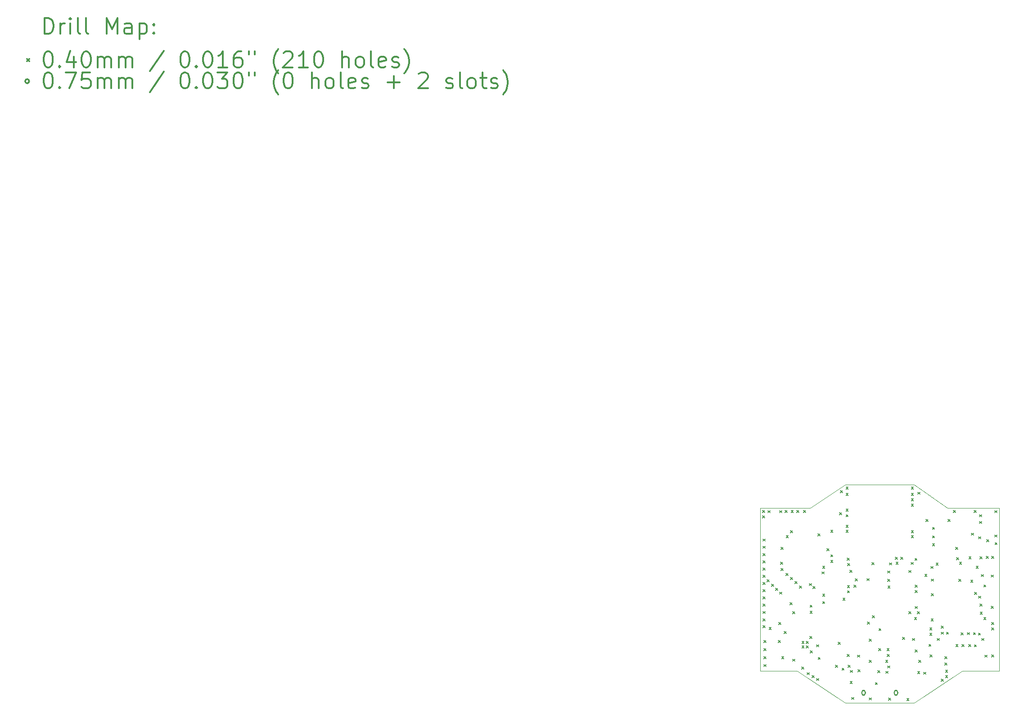
<source format=gbr>
%FSLAX45Y45*%
G04 Gerber Fmt 4.5, Leading zero omitted, Abs format (unit mm)*
G04 Created by KiCad*
%MOMM*%
%LPD*%
G04 APERTURE LIST*
%TA.AperFunction,Profile*%
%ADD10C,0.050000*%
%TD*%
%ADD11C,0.200000*%
%ADD12C,0.300000*%
G04 APERTURE END LIST*
D10*
X15350000Y-13050000D02*
X14450000Y-12450000D01*
X17550000Y-12450000D02*
X16650000Y-13050000D01*
X16650000Y-8950000D02*
X17270000Y-9390000D01*
X15350000Y-8950000D02*
X14690000Y-9390000D01*
X16000000Y-8950000D02*
X15350000Y-8950000D01*
X16000000Y-13050000D02*
X15350000Y-13050000D01*
X16650000Y-13050000D02*
X16000000Y-13050000D01*
X16000000Y-8950000D02*
X16650000Y-8950000D01*
X18250000Y-12450000D02*
X17550000Y-12450000D01*
X18250000Y-9390000D02*
X17270000Y-9390000D01*
X13750000Y-9390000D02*
X14690000Y-9390000D01*
X13750000Y-12450000D02*
X14450000Y-12450000D01*
X13750000Y-11000000D02*
X13750000Y-12450000D01*
X13750000Y-11000000D02*
X13750000Y-9390000D01*
X18250000Y-11000000D02*
X18250000Y-12450000D01*
X18250000Y-11000000D02*
X18250000Y-9390000D01*
D11*
X13792500Y-9432500D02*
X13832500Y-9472500D01*
X13832500Y-9432500D02*
X13792500Y-9472500D01*
X13797600Y-9530400D02*
X13837600Y-9570400D01*
X13837600Y-9530400D02*
X13797600Y-9570400D01*
X13801410Y-11470960D02*
X13841410Y-11510960D01*
X13841410Y-11470960D02*
X13801410Y-11510960D01*
X13802680Y-9968550D02*
X13842680Y-10008550D01*
X13842680Y-9968550D02*
X13802680Y-10008550D01*
X13802680Y-10104786D02*
X13842680Y-10144786D01*
X13842680Y-10104786D02*
X13802680Y-10144786D01*
X13802680Y-10241023D02*
X13842680Y-10281023D01*
X13842680Y-10241023D02*
X13802680Y-10281023D01*
X13802680Y-10377259D02*
X13842680Y-10417259D01*
X13842680Y-10377259D02*
X13802680Y-10417259D01*
X13802680Y-10513495D02*
X13842680Y-10553495D01*
X13842680Y-10513495D02*
X13802680Y-10553495D01*
X13802680Y-10649732D02*
X13842680Y-10689732D01*
X13842680Y-10649732D02*
X13802680Y-10689732D01*
X13802680Y-10785968D02*
X13842680Y-10825968D01*
X13842680Y-10785968D02*
X13802680Y-10825968D01*
X13802680Y-10922204D02*
X13842680Y-10962204D01*
X13842680Y-10922204D02*
X13802680Y-10962204D01*
X13802680Y-11058440D02*
X13842680Y-11098440D01*
X13842680Y-11058440D02*
X13802680Y-11098440D01*
X13802680Y-11194677D02*
X13842680Y-11234677D01*
X13842680Y-11194677D02*
X13802680Y-11234677D01*
X13802680Y-11330913D02*
X13842680Y-11370913D01*
X13842680Y-11330913D02*
X13802680Y-11370913D01*
X13802680Y-11600500D02*
X13842680Y-11640500D01*
X13842680Y-11600500D02*
X13802680Y-11640500D01*
X13817920Y-11879900D02*
X13857920Y-11919900D01*
X13857920Y-11879900D02*
X13817920Y-11919900D01*
X13817920Y-12032300D02*
X13857920Y-12072300D01*
X13857920Y-12032300D02*
X13817920Y-12072300D01*
X13817920Y-12179620D02*
X13857920Y-12219620D01*
X13857920Y-12179620D02*
X13817920Y-12219620D01*
X13817920Y-12329480D02*
X13857920Y-12369480D01*
X13857920Y-12329480D02*
X13817920Y-12369480D01*
X13878880Y-10735630D02*
X13918880Y-10775630D01*
X13918880Y-10735630D02*
X13878880Y-10775630D01*
X13894120Y-9433880D02*
X13934120Y-9473880D01*
X13934120Y-9433880D02*
X13894120Y-9473880D01*
X13917946Y-11631505D02*
X13957946Y-11671505D01*
X13957946Y-11631505D02*
X13917946Y-11671505D01*
X13961430Y-10818180D02*
X14001430Y-10858180D01*
X14001430Y-10818180D02*
X13961430Y-10858180D01*
X14042710Y-10895650D02*
X14082710Y-10935650D01*
X14082710Y-10895650D02*
X14042710Y-10935650D01*
X14092114Y-11879774D02*
X14132114Y-11919774D01*
X14132114Y-11879774D02*
X14092114Y-11919774D01*
X14102400Y-11539540D02*
X14142400Y-11579540D01*
X14142400Y-11539540D02*
X14102400Y-11579540D01*
X14113830Y-9433880D02*
X14153830Y-9473880D01*
X14153830Y-9433880D02*
X14113830Y-9473880D01*
X14118910Y-10966770D02*
X14158910Y-11006770D01*
X14158910Y-10966770D02*
X14118910Y-11006770D01*
X14135420Y-10401620D02*
X14175420Y-10441620D01*
X14175420Y-10401620D02*
X14135420Y-10441620D01*
X14141770Y-10124760D02*
X14181770Y-10164760D01*
X14181770Y-10124760D02*
X14141770Y-10164760D01*
X14144310Y-10522270D02*
X14184310Y-10562270D01*
X14184310Y-10522270D02*
X14144310Y-10562270D01*
X14155740Y-12184700D02*
X14195740Y-12224700D01*
X14195740Y-12184700D02*
X14155740Y-12224700D01*
X14198920Y-11707180D02*
X14238920Y-11747180D01*
X14238920Y-11707180D02*
X14198920Y-11747180D01*
X14217970Y-9430070D02*
X14257970Y-9470070D01*
X14257970Y-9430070D02*
X14217970Y-9470070D01*
X14235750Y-10616250D02*
X14275750Y-10656250D01*
X14275750Y-10616250D02*
X14235750Y-10656250D01*
X14239560Y-9903780D02*
X14279560Y-9943780D01*
X14279560Y-9903780D02*
X14239560Y-9943780D01*
X14309410Y-11166160D02*
X14349410Y-11206160D01*
X14349410Y-11166160D02*
X14309410Y-11206160D01*
X14318300Y-10689910D02*
X14358300Y-10729910D01*
X14358300Y-10689910D02*
X14318300Y-10729910D01*
X14320840Y-9809800D02*
X14360840Y-9849800D01*
X14360840Y-9809800D02*
X14320840Y-9849800D01*
X14332270Y-9430070D02*
X14372270Y-9470070D01*
X14372270Y-9430070D02*
X14332270Y-9470070D01*
X14361480Y-11335070D02*
X14401480Y-11375070D01*
X14401480Y-11335070D02*
X14361480Y-11375070D01*
X14364020Y-12227880D02*
X14404020Y-12267880D01*
X14404020Y-12227880D02*
X14364020Y-12267880D01*
X14407200Y-10767380D02*
X14447200Y-10807380D01*
X14447200Y-10767380D02*
X14407200Y-10807380D01*
X14437680Y-9430070D02*
X14477680Y-9470070D01*
X14477680Y-9430070D02*
X14437680Y-9470070D01*
X14487210Y-10855010D02*
X14527210Y-10895010D01*
X14527210Y-10855010D02*
X14487210Y-10895010D01*
X14534200Y-12377740D02*
X14574200Y-12417740D01*
X14574200Y-12377740D02*
X14534200Y-12417740D01*
X14536740Y-11895140D02*
X14576740Y-11935140D01*
X14576740Y-11895140D02*
X14536740Y-11935140D01*
X14536740Y-11976420D02*
X14576740Y-12016420D01*
X14576740Y-11976420D02*
X14536740Y-12016420D01*
X14563410Y-9430070D02*
X14603410Y-9470070D01*
X14603410Y-9430070D02*
X14563410Y-9470070D01*
X14618020Y-11895140D02*
X14658020Y-11935140D01*
X14658020Y-11895140D02*
X14618020Y-11935140D01*
X14618020Y-11976420D02*
X14658020Y-12016420D01*
X14658020Y-11976420D02*
X14618020Y-12016420D01*
X14635800Y-12481880D02*
X14675800Y-12521880D01*
X14675800Y-12481880D02*
X14635800Y-12521880D01*
X14673900Y-10805480D02*
X14713900Y-10845480D01*
X14713900Y-10805480D02*
X14673900Y-10845480D01*
X14684060Y-11798620D02*
X14724060Y-11838620D01*
X14724060Y-11798620D02*
X14684060Y-11838620D01*
X14687870Y-11327450D02*
X14727870Y-11367450D01*
X14727870Y-11327450D02*
X14687870Y-11367450D01*
X14689140Y-11211880D02*
X14729140Y-11251880D01*
X14729140Y-11211880D02*
X14689140Y-11251880D01*
X14690857Y-12069577D02*
X14730857Y-12109577D01*
X14730857Y-12069577D02*
X14690857Y-12109577D01*
X14723430Y-12536490D02*
X14763430Y-12576490D01*
X14763430Y-12536490D02*
X14723430Y-12576490D01*
X14745020Y-10863900D02*
X14785020Y-10903900D01*
X14785020Y-10863900D02*
X14745020Y-10903900D01*
X14811060Y-11958640D02*
X14851060Y-11998640D01*
X14851060Y-11958640D02*
X14811060Y-11998640D01*
X14813600Y-12593640D02*
X14853600Y-12633640D01*
X14853600Y-12593640D02*
X14813600Y-12633640D01*
X14835190Y-9873300D02*
X14875190Y-9913300D01*
X14875190Y-9873300D02*
X14835190Y-9913300D01*
X14841540Y-12194860D02*
X14881540Y-12234860D01*
X14881540Y-12194860D02*
X14841540Y-12234860D01*
X14915200Y-10587040D02*
X14955200Y-10627040D01*
X14955200Y-10587040D02*
X14915200Y-10627040D01*
X14925360Y-10480360D02*
X14965360Y-10520360D01*
X14965360Y-10480360D02*
X14925360Y-10520360D01*
X14925360Y-11006140D02*
X14965360Y-11046140D01*
X14965360Y-11006140D02*
X14925360Y-11046140D01*
X14925360Y-11145840D02*
X14965360Y-11185840D01*
X14965360Y-11145840D02*
X14925360Y-11185840D01*
X15005370Y-10151430D02*
X15045370Y-10191430D01*
X15045370Y-10151430D02*
X15005370Y-10191430D01*
X15077760Y-9802180D02*
X15117760Y-9842180D01*
X15117760Y-9802180D02*
X15077760Y-9842180D01*
X15077760Y-10264460D02*
X15117760Y-10304460D01*
X15117760Y-10264460D02*
X15077760Y-10304460D01*
X15077760Y-10369870D02*
X15117760Y-10409870D01*
X15117760Y-10369870D02*
X15077760Y-10409870D01*
X15166660Y-12344720D02*
X15206660Y-12384720D01*
X15206660Y-12344720D02*
X15166660Y-12384720D01*
X15214920Y-11910380D02*
X15254920Y-11950380D01*
X15254920Y-11910380D02*
X15214920Y-11950380D01*
X15240320Y-9474520D02*
X15280320Y-9514520D01*
X15280320Y-9474520D02*
X15240320Y-9514520D01*
X15259370Y-9059230D02*
X15299370Y-9099230D01*
X15299370Y-9059230D02*
X15259370Y-9099230D01*
X15288580Y-12398060D02*
X15328580Y-12438060D01*
X15328580Y-12398060D02*
X15288580Y-12438060D01*
X15306360Y-11082340D02*
X15346360Y-11122340D01*
X15346360Y-11082340D02*
X15306360Y-11122340D01*
X15364780Y-8992500D02*
X15404780Y-9032500D01*
X15404780Y-8992500D02*
X15364780Y-9032500D01*
X15364780Y-9108760D02*
X15404780Y-9148760D01*
X15404780Y-9108760D02*
X15364780Y-9148760D01*
X15364780Y-9405940D02*
X15404780Y-9445940D01*
X15404780Y-9405940D02*
X15364780Y-9445940D01*
X15364780Y-9510080D02*
X15404780Y-9550080D01*
X15404780Y-9510080D02*
X15364780Y-9550080D01*
X15364780Y-9708200D02*
X15404780Y-9748200D01*
X15404780Y-9708200D02*
X15364780Y-9748200D01*
X15364780Y-9804720D02*
X15404780Y-9844720D01*
X15404780Y-9804720D02*
X15364780Y-9844720D01*
X15386370Y-12137710D02*
X15426370Y-12177710D01*
X15426370Y-12137710D02*
X15386370Y-12177710D01*
X15387640Y-10327960D02*
X15427640Y-10367960D01*
X15427640Y-10327960D02*
X15387640Y-10367960D01*
X15389940Y-10942309D02*
X15429940Y-10982309D01*
X15429940Y-10942309D02*
X15389940Y-10982309D01*
X15390211Y-10842309D02*
X15430211Y-10882309D01*
X15430211Y-10842309D02*
X15390211Y-10882309D01*
X15392720Y-10429560D02*
X15432720Y-10469560D01*
X15432720Y-10429560D02*
X15392720Y-10469560D01*
X15401610Y-12345990D02*
X15441610Y-12385990D01*
X15441610Y-12345990D02*
X15401610Y-12385990D01*
X15435900Y-10556500D02*
X15475900Y-10596500D01*
X15475900Y-10556500D02*
X15435900Y-10596500D01*
X15440980Y-12649520D02*
X15480980Y-12689520D01*
X15480980Y-12649520D02*
X15440980Y-12689520D01*
X15443520Y-12441240D02*
X15483520Y-12481240D01*
X15483520Y-12441240D02*
X15443520Y-12481240D01*
X15474000Y-12949240D02*
X15514000Y-12989240D01*
X15514000Y-12949240D02*
X15474000Y-12989240D01*
X15513614Y-10834446D02*
X15553614Y-10874446D01*
X15553614Y-10834446D02*
X15513614Y-10874446D01*
X15538760Y-10719120D02*
X15578760Y-10759120D01*
X15578760Y-10719120D02*
X15538760Y-10759120D01*
X15579900Y-12153200D02*
X15619900Y-12193200D01*
X15619900Y-12153200D02*
X15579900Y-12193200D01*
X15588300Y-12428540D02*
X15628300Y-12468540D01*
X15628300Y-12428540D02*
X15588300Y-12468540D01*
X15761020Y-10714040D02*
X15801020Y-10754040D01*
X15801020Y-10714040D02*
X15761020Y-10754040D01*
X15768640Y-11531920D02*
X15808640Y-11571920D01*
X15808640Y-11531920D02*
X15768640Y-11571920D01*
X15799120Y-11854500D02*
X15839120Y-11894500D01*
X15839120Y-11854500D02*
X15799120Y-11894500D01*
X15799120Y-12250700D02*
X15839120Y-12290700D01*
X15839120Y-12250700D02*
X15799120Y-12290700D01*
X15799120Y-12956860D02*
X15839120Y-12996860D01*
X15839120Y-12956860D02*
X15799120Y-12996860D01*
X15851190Y-10415000D02*
X15891190Y-10455000D01*
X15891190Y-10415000D02*
X15851190Y-10455000D01*
X15860080Y-11410000D02*
X15900080Y-11450000D01*
X15900080Y-11410000D02*
X15860080Y-11450000D01*
X15915000Y-12669686D02*
X15955000Y-12709686D01*
X15955000Y-12669686D02*
X15915000Y-12709686D01*
X15963837Y-12442384D02*
X16003837Y-12482384D01*
X16003837Y-12442384D02*
X15963837Y-12482384D01*
X15976920Y-12029760D02*
X16016920Y-12069760D01*
X16016920Y-12029760D02*
X15976920Y-12069760D01*
X15984540Y-11653840D02*
X16024540Y-11693840D01*
X16024540Y-11653840D02*
X15984540Y-11693840D01*
X16111850Y-12251999D02*
X16151850Y-12291999D01*
X16151850Y-12251999D02*
X16111850Y-12291999D01*
X16112321Y-12458111D02*
X16152321Y-12498111D01*
X16152321Y-12458111D02*
X16112321Y-12498111D01*
X16136940Y-12032300D02*
X16176940Y-12072300D01*
X16176940Y-12032300D02*
X16136940Y-12072300D01*
X16138210Y-12141520D02*
X16178210Y-12181520D01*
X16178210Y-12141520D02*
X16138210Y-12181520D01*
X16145830Y-10569260D02*
X16185830Y-10609260D01*
X16185830Y-10569260D02*
X16145830Y-10609260D01*
X16149640Y-10726740D02*
X16189640Y-10766740D01*
X16189640Y-10726740D02*
X16149640Y-10766740D01*
X16150910Y-12354880D02*
X16190910Y-12394880D01*
X16190910Y-12354880D02*
X16150910Y-12394880D01*
X16153450Y-10855020D02*
X16193450Y-10895020D01*
X16193450Y-10855020D02*
X16153450Y-10895020D01*
X16167420Y-12961940D02*
X16207420Y-13001940D01*
X16207420Y-12961940D02*
X16167420Y-13001940D01*
X16182660Y-10416860D02*
X16222660Y-10456860D01*
X16222660Y-10416860D02*
X16182660Y-10456860D01*
X16294420Y-10310180D02*
X16334420Y-10350180D01*
X16334420Y-10310180D02*
X16294420Y-10350180D01*
X16305850Y-10406700D02*
X16345850Y-10446700D01*
X16345850Y-10406700D02*
X16305850Y-10446700D01*
X16397290Y-10310180D02*
X16437290Y-10350180D01*
X16437290Y-10310180D02*
X16397290Y-10350180D01*
X16429040Y-11816400D02*
X16469040Y-11856400D01*
X16469040Y-11816400D02*
X16429040Y-11856400D01*
X16507780Y-12969560D02*
X16547780Y-13009560D01*
X16547780Y-12969560D02*
X16507780Y-13009560D01*
X16545880Y-11333800D02*
X16585880Y-11373800D01*
X16585880Y-11333800D02*
X16545880Y-11373800D01*
X16548420Y-10561640D02*
X16588420Y-10601640D01*
X16588420Y-10561640D02*
X16548420Y-10601640D01*
X16589060Y-10409240D02*
X16629060Y-10449240D01*
X16629060Y-10409240D02*
X16589060Y-10449240D01*
X16594140Y-8992500D02*
X16634140Y-9032500D01*
X16634140Y-8992500D02*
X16594140Y-9032500D01*
X16594140Y-9106220D02*
X16634140Y-9146220D01*
X16634140Y-9106220D02*
X16594140Y-9146220D01*
X16594140Y-9207820D02*
X16634140Y-9247820D01*
X16634140Y-9207820D02*
X16594140Y-9247820D01*
X16594140Y-9309420D02*
X16634140Y-9349420D01*
X16634140Y-9309420D02*
X16594140Y-9349420D01*
X16594140Y-9809800D02*
X16634140Y-9849800D01*
X16634140Y-9809800D02*
X16594140Y-9849800D01*
X16594140Y-9906320D02*
X16634140Y-9946320D01*
X16634140Y-9906320D02*
X16594140Y-9946320D01*
X16614460Y-11839260D02*
X16654460Y-11879260D01*
X16654460Y-11839260D02*
X16614460Y-11879260D01*
X16652560Y-11443020D02*
X16692560Y-11483020D01*
X16692560Y-11443020D02*
X16652560Y-11483020D01*
X16660180Y-10331770D02*
X16700180Y-10371770D01*
X16700180Y-10331770D02*
X16660180Y-10371770D01*
X16662720Y-10833420D02*
X16702720Y-10873420D01*
X16702720Y-10833420D02*
X16662720Y-10873420D01*
X16662720Y-10935020D02*
X16702720Y-10975020D01*
X16702720Y-10935020D02*
X16662720Y-10975020D01*
X16665260Y-11237280D02*
X16705260Y-11277280D01*
X16705260Y-11237280D02*
X16665260Y-11277280D01*
X16665260Y-12052620D02*
X16705260Y-12092620D01*
X16705260Y-12052620D02*
X16665260Y-12092620D01*
X16708920Y-11338400D02*
X16748920Y-11378400D01*
X16748920Y-11338400D02*
X16708920Y-11378400D01*
X16710980Y-12461560D02*
X16750980Y-12501560D01*
X16750980Y-12461560D02*
X16710980Y-12501560D01*
X16718600Y-9087170D02*
X16758600Y-9127170D01*
X16758600Y-9087170D02*
X16718600Y-9127170D01*
X16731300Y-12248200D02*
X16771300Y-12288200D01*
X16771300Y-12248200D02*
X16731300Y-12288200D01*
X16825280Y-12474260D02*
X16865280Y-12514260D01*
X16865280Y-12474260D02*
X16825280Y-12514260D01*
X16848140Y-10632760D02*
X16888140Y-10672760D01*
X16888140Y-10632760D02*
X16848140Y-10672760D01*
X16868460Y-9601520D02*
X16908460Y-9641520D01*
X16908460Y-9601520D02*
X16868460Y-9641520D01*
X16924340Y-11948480D02*
X16964340Y-11988480D01*
X16964340Y-11948480D02*
X16924340Y-11988480D01*
X16939580Y-11638600D02*
X16979580Y-11678600D01*
X16979580Y-11638600D02*
X16939580Y-11678600D01*
X16939580Y-11742740D02*
X16979580Y-11782740D01*
X16979580Y-11742740D02*
X16939580Y-11782740D01*
X16942120Y-12149140D02*
X16982120Y-12189140D01*
X16982120Y-12149140D02*
X16942120Y-12189140D01*
X16962440Y-10485440D02*
X17002440Y-10525440D01*
X17002440Y-10485440D02*
X16962440Y-10525440D01*
X16966250Y-11473500D02*
X17006250Y-11513500D01*
X17006250Y-11473500D02*
X16966250Y-11513500D01*
X16967520Y-10998520D02*
X17007520Y-11038520D01*
X17007520Y-10998520D02*
X16967520Y-11038520D01*
X16969262Y-10722458D02*
X17009262Y-10762458D01*
X17009262Y-10722458D02*
X16969262Y-10762458D01*
X16990380Y-10058720D02*
X17030380Y-10098720D01*
X17030380Y-10058720D02*
X16990380Y-10098720D01*
X16991650Y-9747570D02*
X17031650Y-9787570D01*
X17031650Y-9747570D02*
X16991650Y-9787570D01*
X16991650Y-9910130D02*
X17031650Y-9950130D01*
X17031650Y-9910130D02*
X16991650Y-9950130D01*
X17058960Y-10421940D02*
X17098960Y-10461940D01*
X17098960Y-10421940D02*
X17058960Y-10461940D01*
X17081820Y-11839260D02*
X17121820Y-11879260D01*
X17121820Y-11839260D02*
X17081820Y-11879260D01*
X17155480Y-11608120D02*
X17195480Y-11648120D01*
X17195480Y-11608120D02*
X17155480Y-11648120D01*
X17155480Y-11719880D02*
X17195480Y-11759880D01*
X17195480Y-11719880D02*
X17155480Y-11759880D01*
X17155480Y-12603800D02*
X17195480Y-12643800D01*
X17195480Y-12603800D02*
X17155480Y-12643800D01*
X17226600Y-12180890D02*
X17266600Y-12220890D01*
X17266600Y-12180890D02*
X17226600Y-12220890D01*
X17226600Y-12299000D02*
X17266600Y-12339000D01*
X17266600Y-12299000D02*
X17226600Y-12339000D01*
X17236760Y-12433620D02*
X17276760Y-12473620D01*
X17276760Y-12433620D02*
X17236760Y-12473620D01*
X17236760Y-12540300D02*
X17276760Y-12580300D01*
X17276760Y-12540300D02*
X17236760Y-12580300D01*
X17254540Y-11719880D02*
X17294540Y-11759880D01*
X17294540Y-11719880D02*
X17254540Y-11759880D01*
X17285020Y-9601520D02*
X17325020Y-9641520D01*
X17325020Y-9601520D02*
X17285020Y-9641520D01*
X17385350Y-9432610D02*
X17425350Y-9472610D01*
X17425350Y-9432610D02*
X17385350Y-9472610D01*
X17424779Y-10128121D02*
X17464779Y-10168121D01*
X17464779Y-10128121D02*
X17424779Y-10168121D01*
X17432340Y-11956100D02*
X17472340Y-11996100D01*
X17472340Y-11956100D02*
X17432340Y-11996100D01*
X17442500Y-10317800D02*
X17482500Y-10357800D01*
X17482500Y-10317800D02*
X17442500Y-10357800D01*
X17488220Y-10726200D02*
X17528220Y-10766200D01*
X17528220Y-10726200D02*
X17488220Y-10766200D01*
X17499069Y-10406700D02*
X17539069Y-10446700D01*
X17539069Y-10406700D02*
X17499069Y-10446700D01*
X17528860Y-11732580D02*
X17568860Y-11772580D01*
X17568860Y-11732580D02*
X17528860Y-11772580D01*
X17546640Y-11956100D02*
X17586640Y-11996100D01*
X17586640Y-11956100D02*
X17546640Y-11996100D01*
X17649510Y-11730040D02*
X17689510Y-11770040D01*
X17689510Y-11730040D02*
X17649510Y-11770040D01*
X17669830Y-11952290D02*
X17709830Y-11992290D01*
X17709830Y-11952290D02*
X17669830Y-11992290D01*
X17677450Y-10305100D02*
X17717450Y-10345100D01*
X17717450Y-10305100D02*
X17677450Y-10345100D01*
X17711740Y-10741980D02*
X17751740Y-10781980D01*
X17751740Y-10741980D02*
X17711740Y-10781980D01*
X17725710Y-9858060D02*
X17765710Y-9898060D01*
X17765710Y-9858060D02*
X17725710Y-9898060D01*
X17762540Y-11730040D02*
X17802540Y-11770040D01*
X17802540Y-11730040D02*
X17762540Y-11770040D01*
X17771430Y-9432610D02*
X17811430Y-9472610D01*
X17811430Y-9432610D02*
X17771430Y-9472610D01*
X17777780Y-11958640D02*
X17817780Y-11998640D01*
X17817780Y-11958640D02*
X17777780Y-11998640D01*
X17782860Y-10970881D02*
X17822860Y-11010881D01*
X17822860Y-10970881D02*
X17782860Y-11010881D01*
X17813340Y-10477820D02*
X17853340Y-10517820D01*
X17853340Y-10477820D02*
X17813340Y-10517820D01*
X17853980Y-11737660D02*
X17893980Y-11777660D01*
X17893980Y-11737660D02*
X17853980Y-11777660D01*
X17857790Y-11042970D02*
X17897790Y-11082970D01*
X17897790Y-11042970D02*
X17857790Y-11082970D01*
X17861600Y-9926640D02*
X17901600Y-9966640D01*
X17901600Y-9926640D02*
X17861600Y-9966640D01*
X17874300Y-9511350D02*
X17914300Y-9551350D01*
X17914300Y-9511350D02*
X17874300Y-9551350D01*
X17874300Y-9638350D02*
X17914300Y-9678350D01*
X17914300Y-9638350D02*
X17874300Y-9678350D01*
X17883190Y-11192830D02*
X17923190Y-11232830D01*
X17923190Y-11192830D02*
X17883190Y-11232830D01*
X17886030Y-10303530D02*
X17926030Y-10343530D01*
X17926030Y-10303530D02*
X17886030Y-10343530D01*
X17888280Y-11343960D02*
X17928280Y-11383960D01*
X17928280Y-11343960D02*
X17888280Y-11383960D01*
X17909860Y-10636570D02*
X17949860Y-10676570D01*
X17949860Y-10636570D02*
X17909860Y-10676570D01*
X17918056Y-11839414D02*
X17958056Y-11879414D01*
X17958056Y-11839414D02*
X17918056Y-11879414D01*
X17955580Y-10830880D02*
X17995580Y-10870880D01*
X17995580Y-10830880D02*
X17955580Y-10870880D01*
X17956723Y-11443210D02*
X17996723Y-11483210D01*
X17996723Y-11443210D02*
X17956723Y-11483210D01*
X17975900Y-12151680D02*
X18015900Y-12191680D01*
X18015900Y-12151680D02*
X17975900Y-12191680D01*
X18001873Y-10291764D02*
X18041873Y-10331764D01*
X18041873Y-10291764D02*
X18001873Y-10331764D01*
X18014000Y-9981250D02*
X18054000Y-10021250D01*
X18054000Y-9981250D02*
X18014000Y-10021250D01*
X18095280Y-10645460D02*
X18135280Y-10685460D01*
X18135280Y-10645460D02*
X18095280Y-10685460D01*
X18097820Y-11234740D02*
X18137820Y-11274740D01*
X18137820Y-11234740D02*
X18097820Y-11274740D01*
X18101600Y-11541600D02*
X18141600Y-11581600D01*
X18141600Y-11541600D02*
X18101600Y-11581600D01*
X18101600Y-11643200D02*
X18141600Y-11683200D01*
X18141600Y-11643200D02*
X18101600Y-11683200D01*
X18101600Y-12151200D02*
X18141600Y-12191200D01*
X18141600Y-12151200D02*
X18101600Y-12191200D01*
X18101872Y-10292236D02*
X18141872Y-10332236D01*
X18141872Y-10292236D02*
X18101872Y-10332236D01*
X18166400Y-9433880D02*
X18206400Y-9473880D01*
X18206400Y-9433880D02*
X18166400Y-9473880D01*
X18166400Y-9891080D02*
X18206400Y-9931080D01*
X18206400Y-9891080D02*
X18166400Y-9931080D01*
X18167500Y-10035860D02*
X18207500Y-10075860D01*
X18207500Y-10035860D02*
X18167500Y-10075860D01*
X15732700Y-12862700D02*
G75*
G03X15732700Y-12862700I-37500J0D01*
G01*
X15667700Y-12840200D02*
X15667700Y-12885200D01*
X15722700Y-12840200D02*
X15722700Y-12885200D01*
X15667700Y-12885200D02*
G75*
G03X15722700Y-12885200I27500J0D01*
G01*
X15722700Y-12840200D02*
G75*
G03X15667700Y-12840200I-27500J0D01*
G01*
X16342300Y-12862700D02*
G75*
G03X16342300Y-12862700I-37500J0D01*
G01*
X16277300Y-12840200D02*
X16277300Y-12885200D01*
X16332300Y-12840200D02*
X16332300Y-12885200D01*
X16277300Y-12885200D02*
G75*
G03X16332300Y-12885200I27500J0D01*
G01*
X16332300Y-12840200D02*
G75*
G03X16277300Y-12840200I-27500J0D01*
G01*
D12*
X286429Y-465714D02*
X286429Y-165714D01*
X357857Y-165714D01*
X400714Y-180000D01*
X429286Y-208571D01*
X443571Y-237143D01*
X457857Y-294286D01*
X457857Y-337143D01*
X443571Y-394286D01*
X429286Y-422857D01*
X400714Y-451428D01*
X357857Y-465714D01*
X286429Y-465714D01*
X586429Y-465714D02*
X586429Y-265714D01*
X586429Y-322857D02*
X600714Y-294286D01*
X615000Y-280000D01*
X643571Y-265714D01*
X672143Y-265714D01*
X772143Y-465714D02*
X772143Y-265714D01*
X772143Y-165714D02*
X757857Y-180000D01*
X772143Y-194286D01*
X786428Y-180000D01*
X772143Y-165714D01*
X772143Y-194286D01*
X957857Y-465714D02*
X929286Y-451428D01*
X915000Y-422857D01*
X915000Y-165714D01*
X1115000Y-465714D02*
X1086429Y-451428D01*
X1072143Y-422857D01*
X1072143Y-165714D01*
X1457857Y-465714D02*
X1457857Y-165714D01*
X1557857Y-380000D01*
X1657857Y-165714D01*
X1657857Y-465714D01*
X1929286Y-465714D02*
X1929286Y-308571D01*
X1915000Y-280000D01*
X1886428Y-265714D01*
X1829286Y-265714D01*
X1800714Y-280000D01*
X1929286Y-451428D02*
X1900714Y-465714D01*
X1829286Y-465714D01*
X1800714Y-451428D01*
X1786428Y-422857D01*
X1786428Y-394286D01*
X1800714Y-365714D01*
X1829286Y-351428D01*
X1900714Y-351428D01*
X1929286Y-337143D01*
X2072143Y-265714D02*
X2072143Y-565714D01*
X2072143Y-280000D02*
X2100714Y-265714D01*
X2157857Y-265714D01*
X2186429Y-280000D01*
X2200714Y-294286D01*
X2215000Y-322857D01*
X2215000Y-408571D01*
X2200714Y-437143D01*
X2186429Y-451428D01*
X2157857Y-465714D01*
X2100714Y-465714D01*
X2072143Y-451428D01*
X2343571Y-437143D02*
X2357857Y-451428D01*
X2343571Y-465714D01*
X2329286Y-451428D01*
X2343571Y-437143D01*
X2343571Y-465714D01*
X2343571Y-280000D02*
X2357857Y-294286D01*
X2343571Y-308571D01*
X2329286Y-294286D01*
X2343571Y-280000D01*
X2343571Y-308571D01*
X-40000Y-940000D02*
X0Y-980000D01*
X0Y-940000D02*
X-40000Y-980000D01*
X343571Y-795714D02*
X372143Y-795714D01*
X400714Y-810000D01*
X415000Y-824286D01*
X429286Y-852857D01*
X443571Y-910000D01*
X443571Y-981428D01*
X429286Y-1038571D01*
X415000Y-1067143D01*
X400714Y-1081429D01*
X372143Y-1095714D01*
X343571Y-1095714D01*
X315000Y-1081429D01*
X300714Y-1067143D01*
X286429Y-1038571D01*
X272143Y-981428D01*
X272143Y-910000D01*
X286429Y-852857D01*
X300714Y-824286D01*
X315000Y-810000D01*
X343571Y-795714D01*
X572143Y-1067143D02*
X586429Y-1081429D01*
X572143Y-1095714D01*
X557857Y-1081429D01*
X572143Y-1067143D01*
X572143Y-1095714D01*
X843571Y-895714D02*
X843571Y-1095714D01*
X772143Y-781428D02*
X700714Y-995714D01*
X886428Y-995714D01*
X1057857Y-795714D02*
X1086429Y-795714D01*
X1115000Y-810000D01*
X1129286Y-824286D01*
X1143571Y-852857D01*
X1157857Y-910000D01*
X1157857Y-981428D01*
X1143571Y-1038571D01*
X1129286Y-1067143D01*
X1115000Y-1081429D01*
X1086429Y-1095714D01*
X1057857Y-1095714D01*
X1029286Y-1081429D01*
X1015000Y-1067143D01*
X1000714Y-1038571D01*
X986428Y-981428D01*
X986428Y-910000D01*
X1000714Y-852857D01*
X1015000Y-824286D01*
X1029286Y-810000D01*
X1057857Y-795714D01*
X1286429Y-1095714D02*
X1286429Y-895714D01*
X1286429Y-924286D02*
X1300714Y-910000D01*
X1329286Y-895714D01*
X1372143Y-895714D01*
X1400714Y-910000D01*
X1415000Y-938571D01*
X1415000Y-1095714D01*
X1415000Y-938571D02*
X1429286Y-910000D01*
X1457857Y-895714D01*
X1500714Y-895714D01*
X1529286Y-910000D01*
X1543571Y-938571D01*
X1543571Y-1095714D01*
X1686428Y-1095714D02*
X1686428Y-895714D01*
X1686428Y-924286D02*
X1700714Y-910000D01*
X1729286Y-895714D01*
X1772143Y-895714D01*
X1800714Y-910000D01*
X1815000Y-938571D01*
X1815000Y-1095714D01*
X1815000Y-938571D02*
X1829286Y-910000D01*
X1857857Y-895714D01*
X1900714Y-895714D01*
X1929286Y-910000D01*
X1943571Y-938571D01*
X1943571Y-1095714D01*
X2529286Y-781428D02*
X2272143Y-1167143D01*
X2915000Y-795714D02*
X2943571Y-795714D01*
X2972143Y-810000D01*
X2986428Y-824286D01*
X3000714Y-852857D01*
X3015000Y-910000D01*
X3015000Y-981428D01*
X3000714Y-1038571D01*
X2986428Y-1067143D01*
X2972143Y-1081429D01*
X2943571Y-1095714D01*
X2915000Y-1095714D01*
X2886428Y-1081429D01*
X2872143Y-1067143D01*
X2857857Y-1038571D01*
X2843571Y-981428D01*
X2843571Y-910000D01*
X2857857Y-852857D01*
X2872143Y-824286D01*
X2886428Y-810000D01*
X2915000Y-795714D01*
X3143571Y-1067143D02*
X3157857Y-1081429D01*
X3143571Y-1095714D01*
X3129286Y-1081429D01*
X3143571Y-1067143D01*
X3143571Y-1095714D01*
X3343571Y-795714D02*
X3372143Y-795714D01*
X3400714Y-810000D01*
X3415000Y-824286D01*
X3429286Y-852857D01*
X3443571Y-910000D01*
X3443571Y-981428D01*
X3429286Y-1038571D01*
X3415000Y-1067143D01*
X3400714Y-1081429D01*
X3372143Y-1095714D01*
X3343571Y-1095714D01*
X3315000Y-1081429D01*
X3300714Y-1067143D01*
X3286428Y-1038571D01*
X3272143Y-981428D01*
X3272143Y-910000D01*
X3286428Y-852857D01*
X3300714Y-824286D01*
X3315000Y-810000D01*
X3343571Y-795714D01*
X3729286Y-1095714D02*
X3557857Y-1095714D01*
X3643571Y-1095714D02*
X3643571Y-795714D01*
X3615000Y-838571D01*
X3586428Y-867143D01*
X3557857Y-881428D01*
X3986428Y-795714D02*
X3929286Y-795714D01*
X3900714Y-810000D01*
X3886428Y-824286D01*
X3857857Y-867143D01*
X3843571Y-924286D01*
X3843571Y-1038571D01*
X3857857Y-1067143D01*
X3872143Y-1081429D01*
X3900714Y-1095714D01*
X3957857Y-1095714D01*
X3986428Y-1081429D01*
X4000714Y-1067143D01*
X4015000Y-1038571D01*
X4015000Y-967143D01*
X4000714Y-938571D01*
X3986428Y-924286D01*
X3957857Y-910000D01*
X3900714Y-910000D01*
X3872143Y-924286D01*
X3857857Y-938571D01*
X3843571Y-967143D01*
X4129286Y-795714D02*
X4129286Y-852857D01*
X4243571Y-795714D02*
X4243571Y-852857D01*
X4686429Y-1210000D02*
X4672143Y-1195714D01*
X4643571Y-1152857D01*
X4629286Y-1124286D01*
X4615000Y-1081429D01*
X4600714Y-1010000D01*
X4600714Y-952857D01*
X4615000Y-881428D01*
X4629286Y-838571D01*
X4643571Y-810000D01*
X4672143Y-767143D01*
X4686429Y-752857D01*
X4786429Y-824286D02*
X4800714Y-810000D01*
X4829286Y-795714D01*
X4900714Y-795714D01*
X4929286Y-810000D01*
X4943571Y-824286D01*
X4957857Y-852857D01*
X4957857Y-881428D01*
X4943571Y-924286D01*
X4772143Y-1095714D01*
X4957857Y-1095714D01*
X5243571Y-1095714D02*
X5072143Y-1095714D01*
X5157857Y-1095714D02*
X5157857Y-795714D01*
X5129286Y-838571D01*
X5100714Y-867143D01*
X5072143Y-881428D01*
X5429286Y-795714D02*
X5457857Y-795714D01*
X5486429Y-810000D01*
X5500714Y-824286D01*
X5515000Y-852857D01*
X5529286Y-910000D01*
X5529286Y-981428D01*
X5515000Y-1038571D01*
X5500714Y-1067143D01*
X5486429Y-1081429D01*
X5457857Y-1095714D01*
X5429286Y-1095714D01*
X5400714Y-1081429D01*
X5386429Y-1067143D01*
X5372143Y-1038571D01*
X5357857Y-981428D01*
X5357857Y-910000D01*
X5372143Y-852857D01*
X5386429Y-824286D01*
X5400714Y-810000D01*
X5429286Y-795714D01*
X5886428Y-1095714D02*
X5886428Y-795714D01*
X6015000Y-1095714D02*
X6015000Y-938571D01*
X6000714Y-910000D01*
X5972143Y-895714D01*
X5929286Y-895714D01*
X5900714Y-910000D01*
X5886428Y-924286D01*
X6200714Y-1095714D02*
X6172143Y-1081429D01*
X6157857Y-1067143D01*
X6143571Y-1038571D01*
X6143571Y-952857D01*
X6157857Y-924286D01*
X6172143Y-910000D01*
X6200714Y-895714D01*
X6243571Y-895714D01*
X6272143Y-910000D01*
X6286428Y-924286D01*
X6300714Y-952857D01*
X6300714Y-1038571D01*
X6286428Y-1067143D01*
X6272143Y-1081429D01*
X6243571Y-1095714D01*
X6200714Y-1095714D01*
X6472143Y-1095714D02*
X6443571Y-1081429D01*
X6429286Y-1052857D01*
X6429286Y-795714D01*
X6700714Y-1081429D02*
X6672143Y-1095714D01*
X6615000Y-1095714D01*
X6586428Y-1081429D01*
X6572143Y-1052857D01*
X6572143Y-938571D01*
X6586428Y-910000D01*
X6615000Y-895714D01*
X6672143Y-895714D01*
X6700714Y-910000D01*
X6715000Y-938571D01*
X6715000Y-967143D01*
X6572143Y-995714D01*
X6829286Y-1081429D02*
X6857857Y-1095714D01*
X6915000Y-1095714D01*
X6943571Y-1081429D01*
X6957857Y-1052857D01*
X6957857Y-1038571D01*
X6943571Y-1010000D01*
X6915000Y-995714D01*
X6872143Y-995714D01*
X6843571Y-981428D01*
X6829286Y-952857D01*
X6829286Y-938571D01*
X6843571Y-910000D01*
X6872143Y-895714D01*
X6915000Y-895714D01*
X6943571Y-910000D01*
X7057857Y-1210000D02*
X7072143Y-1195714D01*
X7100714Y-1152857D01*
X7115000Y-1124286D01*
X7129286Y-1081429D01*
X7143571Y-1010000D01*
X7143571Y-952857D01*
X7129286Y-881428D01*
X7115000Y-838571D01*
X7100714Y-810000D01*
X7072143Y-767143D01*
X7057857Y-752857D01*
X0Y-1356000D02*
G75*
G03X0Y-1356000I-37500J0D01*
G01*
X343571Y-1191714D02*
X372143Y-1191714D01*
X400714Y-1206000D01*
X415000Y-1220286D01*
X429286Y-1248857D01*
X443571Y-1306000D01*
X443571Y-1377429D01*
X429286Y-1434571D01*
X415000Y-1463143D01*
X400714Y-1477428D01*
X372143Y-1491714D01*
X343571Y-1491714D01*
X315000Y-1477428D01*
X300714Y-1463143D01*
X286429Y-1434571D01*
X272143Y-1377429D01*
X272143Y-1306000D01*
X286429Y-1248857D01*
X300714Y-1220286D01*
X315000Y-1206000D01*
X343571Y-1191714D01*
X572143Y-1463143D02*
X586429Y-1477428D01*
X572143Y-1491714D01*
X557857Y-1477428D01*
X572143Y-1463143D01*
X572143Y-1491714D01*
X686429Y-1191714D02*
X886428Y-1191714D01*
X757857Y-1491714D01*
X1143571Y-1191714D02*
X1000714Y-1191714D01*
X986428Y-1334571D01*
X1000714Y-1320286D01*
X1029286Y-1306000D01*
X1100714Y-1306000D01*
X1129286Y-1320286D01*
X1143571Y-1334571D01*
X1157857Y-1363143D01*
X1157857Y-1434571D01*
X1143571Y-1463143D01*
X1129286Y-1477428D01*
X1100714Y-1491714D01*
X1029286Y-1491714D01*
X1000714Y-1477428D01*
X986428Y-1463143D01*
X1286429Y-1491714D02*
X1286429Y-1291714D01*
X1286429Y-1320286D02*
X1300714Y-1306000D01*
X1329286Y-1291714D01*
X1372143Y-1291714D01*
X1400714Y-1306000D01*
X1415000Y-1334571D01*
X1415000Y-1491714D01*
X1415000Y-1334571D02*
X1429286Y-1306000D01*
X1457857Y-1291714D01*
X1500714Y-1291714D01*
X1529286Y-1306000D01*
X1543571Y-1334571D01*
X1543571Y-1491714D01*
X1686428Y-1491714D02*
X1686428Y-1291714D01*
X1686428Y-1320286D02*
X1700714Y-1306000D01*
X1729286Y-1291714D01*
X1772143Y-1291714D01*
X1800714Y-1306000D01*
X1815000Y-1334571D01*
X1815000Y-1491714D01*
X1815000Y-1334571D02*
X1829286Y-1306000D01*
X1857857Y-1291714D01*
X1900714Y-1291714D01*
X1929286Y-1306000D01*
X1943571Y-1334571D01*
X1943571Y-1491714D01*
X2529286Y-1177429D02*
X2272143Y-1563143D01*
X2915000Y-1191714D02*
X2943571Y-1191714D01*
X2972143Y-1206000D01*
X2986428Y-1220286D01*
X3000714Y-1248857D01*
X3015000Y-1306000D01*
X3015000Y-1377429D01*
X3000714Y-1434571D01*
X2986428Y-1463143D01*
X2972143Y-1477428D01*
X2943571Y-1491714D01*
X2915000Y-1491714D01*
X2886428Y-1477428D01*
X2872143Y-1463143D01*
X2857857Y-1434571D01*
X2843571Y-1377429D01*
X2843571Y-1306000D01*
X2857857Y-1248857D01*
X2872143Y-1220286D01*
X2886428Y-1206000D01*
X2915000Y-1191714D01*
X3143571Y-1463143D02*
X3157857Y-1477428D01*
X3143571Y-1491714D01*
X3129286Y-1477428D01*
X3143571Y-1463143D01*
X3143571Y-1491714D01*
X3343571Y-1191714D02*
X3372143Y-1191714D01*
X3400714Y-1206000D01*
X3415000Y-1220286D01*
X3429286Y-1248857D01*
X3443571Y-1306000D01*
X3443571Y-1377429D01*
X3429286Y-1434571D01*
X3415000Y-1463143D01*
X3400714Y-1477428D01*
X3372143Y-1491714D01*
X3343571Y-1491714D01*
X3315000Y-1477428D01*
X3300714Y-1463143D01*
X3286428Y-1434571D01*
X3272143Y-1377429D01*
X3272143Y-1306000D01*
X3286428Y-1248857D01*
X3300714Y-1220286D01*
X3315000Y-1206000D01*
X3343571Y-1191714D01*
X3543571Y-1191714D02*
X3729286Y-1191714D01*
X3629286Y-1306000D01*
X3672143Y-1306000D01*
X3700714Y-1320286D01*
X3715000Y-1334571D01*
X3729286Y-1363143D01*
X3729286Y-1434571D01*
X3715000Y-1463143D01*
X3700714Y-1477428D01*
X3672143Y-1491714D01*
X3586428Y-1491714D01*
X3557857Y-1477428D01*
X3543571Y-1463143D01*
X3915000Y-1191714D02*
X3943571Y-1191714D01*
X3972143Y-1206000D01*
X3986428Y-1220286D01*
X4000714Y-1248857D01*
X4015000Y-1306000D01*
X4015000Y-1377429D01*
X4000714Y-1434571D01*
X3986428Y-1463143D01*
X3972143Y-1477428D01*
X3943571Y-1491714D01*
X3915000Y-1491714D01*
X3886428Y-1477428D01*
X3872143Y-1463143D01*
X3857857Y-1434571D01*
X3843571Y-1377429D01*
X3843571Y-1306000D01*
X3857857Y-1248857D01*
X3872143Y-1220286D01*
X3886428Y-1206000D01*
X3915000Y-1191714D01*
X4129286Y-1191714D02*
X4129286Y-1248857D01*
X4243571Y-1191714D02*
X4243571Y-1248857D01*
X4686429Y-1606000D02*
X4672143Y-1591714D01*
X4643571Y-1548857D01*
X4629286Y-1520286D01*
X4615000Y-1477428D01*
X4600714Y-1406000D01*
X4600714Y-1348857D01*
X4615000Y-1277429D01*
X4629286Y-1234571D01*
X4643571Y-1206000D01*
X4672143Y-1163143D01*
X4686429Y-1148857D01*
X4857857Y-1191714D02*
X4886429Y-1191714D01*
X4915000Y-1206000D01*
X4929286Y-1220286D01*
X4943571Y-1248857D01*
X4957857Y-1306000D01*
X4957857Y-1377429D01*
X4943571Y-1434571D01*
X4929286Y-1463143D01*
X4915000Y-1477428D01*
X4886429Y-1491714D01*
X4857857Y-1491714D01*
X4829286Y-1477428D01*
X4815000Y-1463143D01*
X4800714Y-1434571D01*
X4786429Y-1377429D01*
X4786429Y-1306000D01*
X4800714Y-1248857D01*
X4815000Y-1220286D01*
X4829286Y-1206000D01*
X4857857Y-1191714D01*
X5315000Y-1491714D02*
X5315000Y-1191714D01*
X5443571Y-1491714D02*
X5443571Y-1334571D01*
X5429286Y-1306000D01*
X5400714Y-1291714D01*
X5357857Y-1291714D01*
X5329286Y-1306000D01*
X5315000Y-1320286D01*
X5629286Y-1491714D02*
X5600714Y-1477428D01*
X5586429Y-1463143D01*
X5572143Y-1434571D01*
X5572143Y-1348857D01*
X5586429Y-1320286D01*
X5600714Y-1306000D01*
X5629286Y-1291714D01*
X5672143Y-1291714D01*
X5700714Y-1306000D01*
X5715000Y-1320286D01*
X5729286Y-1348857D01*
X5729286Y-1434571D01*
X5715000Y-1463143D01*
X5700714Y-1477428D01*
X5672143Y-1491714D01*
X5629286Y-1491714D01*
X5900714Y-1491714D02*
X5872143Y-1477428D01*
X5857857Y-1448857D01*
X5857857Y-1191714D01*
X6129286Y-1477428D02*
X6100714Y-1491714D01*
X6043571Y-1491714D01*
X6015000Y-1477428D01*
X6000714Y-1448857D01*
X6000714Y-1334571D01*
X6015000Y-1306000D01*
X6043571Y-1291714D01*
X6100714Y-1291714D01*
X6129286Y-1306000D01*
X6143571Y-1334571D01*
X6143571Y-1363143D01*
X6000714Y-1391714D01*
X6257857Y-1477428D02*
X6286428Y-1491714D01*
X6343571Y-1491714D01*
X6372143Y-1477428D01*
X6386428Y-1448857D01*
X6386428Y-1434571D01*
X6372143Y-1406000D01*
X6343571Y-1391714D01*
X6300714Y-1391714D01*
X6272143Y-1377429D01*
X6257857Y-1348857D01*
X6257857Y-1334571D01*
X6272143Y-1306000D01*
X6300714Y-1291714D01*
X6343571Y-1291714D01*
X6372143Y-1306000D01*
X6743571Y-1377429D02*
X6972143Y-1377429D01*
X6857857Y-1491714D02*
X6857857Y-1263143D01*
X7329286Y-1220286D02*
X7343571Y-1206000D01*
X7372143Y-1191714D01*
X7443571Y-1191714D01*
X7472143Y-1206000D01*
X7486428Y-1220286D01*
X7500714Y-1248857D01*
X7500714Y-1277429D01*
X7486428Y-1320286D01*
X7315000Y-1491714D01*
X7500714Y-1491714D01*
X7843571Y-1477428D02*
X7872143Y-1491714D01*
X7929286Y-1491714D01*
X7957857Y-1477428D01*
X7972143Y-1448857D01*
X7972143Y-1434571D01*
X7957857Y-1406000D01*
X7929286Y-1391714D01*
X7886428Y-1391714D01*
X7857857Y-1377429D01*
X7843571Y-1348857D01*
X7843571Y-1334571D01*
X7857857Y-1306000D01*
X7886428Y-1291714D01*
X7929286Y-1291714D01*
X7957857Y-1306000D01*
X8143571Y-1491714D02*
X8115000Y-1477428D01*
X8100714Y-1448857D01*
X8100714Y-1191714D01*
X8300714Y-1491714D02*
X8272143Y-1477428D01*
X8257857Y-1463143D01*
X8243571Y-1434571D01*
X8243571Y-1348857D01*
X8257857Y-1320286D01*
X8272143Y-1306000D01*
X8300714Y-1291714D01*
X8343571Y-1291714D01*
X8372143Y-1306000D01*
X8386428Y-1320286D01*
X8400714Y-1348857D01*
X8400714Y-1434571D01*
X8386428Y-1463143D01*
X8372143Y-1477428D01*
X8343571Y-1491714D01*
X8300714Y-1491714D01*
X8486429Y-1291714D02*
X8600714Y-1291714D01*
X8529286Y-1191714D02*
X8529286Y-1448857D01*
X8543571Y-1477428D01*
X8572143Y-1491714D01*
X8600714Y-1491714D01*
X8686429Y-1477428D02*
X8715000Y-1491714D01*
X8772143Y-1491714D01*
X8800714Y-1477428D01*
X8815000Y-1448857D01*
X8815000Y-1434571D01*
X8800714Y-1406000D01*
X8772143Y-1391714D01*
X8729286Y-1391714D01*
X8700714Y-1377429D01*
X8686429Y-1348857D01*
X8686429Y-1334571D01*
X8700714Y-1306000D01*
X8729286Y-1291714D01*
X8772143Y-1291714D01*
X8800714Y-1306000D01*
X8915000Y-1606000D02*
X8929286Y-1591714D01*
X8957857Y-1548857D01*
X8972143Y-1520286D01*
X8986429Y-1477428D01*
X9000714Y-1406000D01*
X9000714Y-1348857D01*
X8986429Y-1277429D01*
X8972143Y-1234571D01*
X8957857Y-1206000D01*
X8929286Y-1163143D01*
X8915000Y-1148857D01*
M02*

</source>
